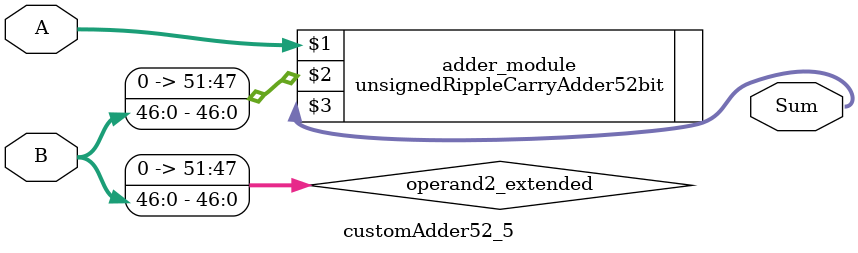
<source format=v>
module customAdder52_5(
                        input [51 : 0] A,
                        input [46 : 0] B,
                        
                        output [52 : 0] Sum
                );

        wire [51 : 0] operand2_extended;
        
        assign operand2_extended =  {5'b0, B};
        
        unsignedRippleCarryAdder52bit adder_module(
            A,
            operand2_extended,
            Sum
        );
        
        endmodule
        
</source>
